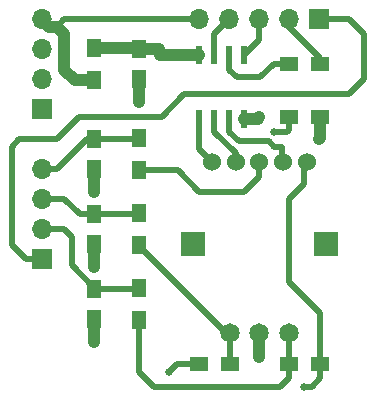
<source format=gbr>
G04 #@! TF.FileFunction,Copper,L1,Top,Signal*
%FSLAX46Y46*%
G04 Gerber Fmt 4.6, Leading zero omitted, Abs format (unit mm)*
G04 Created by KiCad (PCBNEW 4.0.7) date Thursday, December 07, 2017 'PMt' 10:45:11 PM*
%MOMM*%
%LPD*%
G01*
G04 APERTURE LIST*
%ADD10C,0.100000*%
%ADD11R,1.250000X1.500000*%
%ADD12R,1.500000X1.300000*%
%ADD13R,1.300000X1.500000*%
%ADD14R,0.600000X1.550000*%
%ADD15C,1.524000*%
%ADD16C,1.650000*%
%ADD17R,2.000000X2.100000*%
%ADD18R,1.700000X1.700000*%
%ADD19O,1.700000X1.700000*%
%ADD20C,0.635000*%
%ADD21C,0.508000*%
%ADD22C,1.016000*%
G04 APERTURE END LIST*
D10*
D11*
X118110000Y-71775000D03*
X118110000Y-74275000D03*
X118110000Y-78125000D03*
X118110000Y-80625000D03*
D12*
X134540000Y-63500000D03*
X137240000Y-63500000D03*
D13*
X121920000Y-74375000D03*
X121920000Y-71675000D03*
X121920000Y-80725000D03*
X121920000Y-78025000D03*
D12*
X137240000Y-84455000D03*
X134540000Y-84455000D03*
X126920000Y-84455000D03*
X129620000Y-84455000D03*
D14*
X127000000Y-63660000D03*
X128270000Y-63660000D03*
X129540000Y-63660000D03*
X130810000Y-63660000D03*
X130810000Y-58260000D03*
X129540000Y-58260000D03*
X128270000Y-58260000D03*
X127000000Y-58260000D03*
D11*
X121920000Y-60305000D03*
X121920000Y-57805000D03*
X118110000Y-65425000D03*
X118110000Y-67925000D03*
D13*
X118110000Y-60405000D03*
X118110000Y-57705000D03*
D12*
X134540000Y-59055000D03*
X137240000Y-59055000D03*
D13*
X121920000Y-68025000D03*
X121920000Y-65325000D03*
D15*
X132080000Y-67295000D03*
X130080000Y-67295000D03*
X128080000Y-67295000D03*
X134080000Y-67295000D03*
X136080000Y-67295000D03*
D16*
X132080000Y-81795000D03*
X129580000Y-81795000D03*
X134580000Y-81795000D03*
D17*
X126480000Y-74295000D03*
X137680000Y-74295000D03*
D18*
X137160000Y-55245000D03*
D19*
X134620000Y-55245000D03*
X132080000Y-55245000D03*
X129540000Y-55245000D03*
X127000000Y-55245000D03*
D18*
X113665000Y-75565000D03*
D19*
X113665000Y-73025000D03*
X113665000Y-70485000D03*
X113665000Y-67945000D03*
D18*
X113665000Y-62865000D03*
D19*
X113665000Y-60325000D03*
X113665000Y-57785000D03*
X113665000Y-55245000D03*
D20*
X121920000Y-62230000D03*
X132080000Y-83820000D03*
X137160000Y-65405000D03*
X132080000Y-63500000D03*
X118110000Y-82550000D03*
X118110000Y-76200000D03*
X118110000Y-69850000D03*
X135890000Y-86360000D03*
X124460000Y-85090000D03*
X133350000Y-64770000D03*
D21*
X118110000Y-71775000D02*
X116860000Y-71775000D01*
X116860000Y-71775000D02*
X115570000Y-70485000D01*
X115570000Y-70485000D02*
X113665000Y-70485000D01*
X118110000Y-71775000D02*
X121820000Y-71775000D01*
X121820000Y-71775000D02*
X121920000Y-71675000D01*
D22*
X121920000Y-60305000D02*
X121920000Y-62230000D01*
X132080000Y-81795000D02*
X132080000Y-83820000D01*
X137240000Y-63500000D02*
X137240000Y-65325000D01*
X137240000Y-65325000D02*
X137160000Y-65405000D01*
X130810000Y-63660000D02*
X131920000Y-63660000D01*
X131920000Y-63660000D02*
X132080000Y-63500000D01*
X118110000Y-80625000D02*
X118110000Y-82550000D01*
X118110000Y-74275000D02*
X118110000Y-76200000D01*
X118110000Y-67925000D02*
X118110000Y-69850000D01*
D21*
X116205000Y-73660000D02*
X115570000Y-73025000D01*
X115570000Y-73025000D02*
X114867081Y-73025000D01*
X114867081Y-73025000D02*
X113665000Y-73025000D01*
X116205000Y-73660000D02*
X116205000Y-76095000D01*
X116205000Y-76095000D02*
X118110000Y-78000000D01*
X118110000Y-78000000D02*
X118110000Y-78125000D01*
X118110000Y-78125000D02*
X121820000Y-78125000D01*
X121820000Y-78125000D02*
X121920000Y-78025000D01*
X137240000Y-84455000D02*
X137240000Y-80090000D01*
X137240000Y-80090000D02*
X134620000Y-77470000D01*
X134620000Y-77470000D02*
X134620000Y-70485000D01*
X134620000Y-70485000D02*
X135890000Y-69215000D01*
X135890000Y-69215000D02*
X135890000Y-67485000D01*
X135890000Y-67485000D02*
X136080000Y-67295000D01*
X136525000Y-86360000D02*
X137240000Y-85645000D01*
X137240000Y-85645000D02*
X137240000Y-85613000D01*
X137240000Y-85613000D02*
X137240000Y-84455000D01*
X135890000Y-86360000D02*
X136525000Y-86360000D01*
X126920000Y-84455000D02*
X125095000Y-84455000D01*
X125095000Y-84455000D02*
X124460000Y-85090000D01*
X127000000Y-55245000D02*
X115570000Y-55245000D01*
X115570000Y-55245000D02*
X114935000Y-55880000D01*
D22*
X113665000Y-55245000D02*
X114300000Y-55880000D01*
X114300000Y-55880000D02*
X114935000Y-55880000D01*
X114935000Y-55880000D02*
X115570000Y-56515000D01*
X115570000Y-56515000D02*
X115570000Y-59531000D01*
X115570000Y-59531000D02*
X116444000Y-60405000D01*
X116444000Y-60405000D02*
X118110000Y-60405000D01*
D21*
X129580000Y-81795000D02*
X129580000Y-84415000D01*
X129580000Y-84415000D02*
X129620000Y-84455000D01*
X121920000Y-74375000D02*
X121920000Y-74475000D01*
X129240000Y-81795000D02*
X129580000Y-81795000D01*
X121920000Y-74475000D02*
X129240000Y-81795000D01*
X123190000Y-86360000D02*
X121920000Y-85090000D01*
X121920000Y-85090000D02*
X121920000Y-81983000D01*
X121920000Y-81983000D02*
X121920000Y-80725000D01*
X133793000Y-86360000D02*
X123190000Y-86360000D01*
X134540000Y-84455000D02*
X134540000Y-85613000D01*
X134540000Y-85613000D02*
X133793000Y-86360000D01*
X134580000Y-81795000D02*
X134580000Y-84415000D01*
X134580000Y-84415000D02*
X134540000Y-84455000D01*
X128270000Y-63660000D02*
X128270000Y-64770000D01*
X128270000Y-64770000D02*
X130080000Y-66580000D01*
X130080000Y-66580000D02*
X130080000Y-67295000D01*
X127000000Y-63660000D02*
X127000000Y-66215000D01*
X127000000Y-66215000D02*
X128080000Y-67295000D01*
X129540000Y-63660000D02*
X129540000Y-64770000D01*
X129540000Y-64770000D02*
X130365502Y-65595502D01*
X130365502Y-65595502D02*
X132905502Y-65595502D01*
X133350000Y-66040000D02*
X133985000Y-66040000D01*
X132905502Y-65595502D02*
X133350000Y-66040000D01*
X133985000Y-67200000D02*
X134080000Y-67295000D01*
X133985000Y-66040000D02*
X133985000Y-67200000D01*
D22*
X123665000Y-58260000D02*
X123665000Y-57909000D01*
X127000000Y-58260000D02*
X123665000Y-58260000D01*
X123665000Y-57909000D02*
X123561000Y-57805000D01*
X123561000Y-57805000D02*
X121920000Y-57805000D01*
X118110000Y-57705000D02*
X121820000Y-57705000D01*
X121820000Y-57705000D02*
X121920000Y-57805000D01*
D21*
X113665000Y-67945000D02*
X114935000Y-67945000D01*
X117455000Y-65425000D02*
X118110000Y-65425000D01*
X114935000Y-67945000D02*
X117455000Y-65425000D01*
X118110000Y-65425000D02*
X121820000Y-65425000D01*
X121820000Y-65425000D02*
X121920000Y-65325000D01*
X134428000Y-64770000D02*
X133799012Y-64770000D01*
X134540000Y-64658000D02*
X134428000Y-64770000D01*
X134540000Y-63500000D02*
X134540000Y-64658000D01*
X133799012Y-64770000D02*
X133350000Y-64770000D01*
X121920000Y-68025000D02*
X125175000Y-68025000D01*
X125175000Y-68025000D02*
X127000000Y-69850000D01*
X127000000Y-69850000D02*
X130810000Y-69850000D01*
X130810000Y-69850000D02*
X132080000Y-68580000D01*
X132080000Y-68580000D02*
X132080000Y-67295000D01*
X130175000Y-60178000D02*
X132159000Y-60178000D01*
X132159000Y-60178000D02*
X133282000Y-59055000D01*
X133282000Y-59055000D02*
X134540000Y-59055000D01*
X129540000Y-58260000D02*
X129540000Y-59543000D01*
X129540000Y-59543000D02*
X130175000Y-60178000D01*
X134620000Y-55245000D02*
X134620000Y-55880000D01*
X134620000Y-55880000D02*
X137240000Y-58500000D01*
X137240000Y-58500000D02*
X137240000Y-59055000D01*
X113665000Y-75565000D02*
X112307000Y-75565000D01*
X111125000Y-74383000D02*
X111125000Y-66040000D01*
X114935000Y-65405000D02*
X116840000Y-63500000D01*
X112307000Y-75565000D02*
X111125000Y-74383000D01*
X140970000Y-56515000D02*
X139700000Y-55245000D01*
X111125000Y-66040000D02*
X111760000Y-65405000D01*
X125730000Y-61595000D02*
X139700000Y-61595000D01*
X111760000Y-65405000D02*
X114935000Y-65405000D01*
X140970000Y-60325000D02*
X140970000Y-56515000D01*
X116840000Y-63500000D02*
X123825000Y-63500000D01*
X123825000Y-63500000D02*
X125730000Y-61595000D01*
X139700000Y-61595000D02*
X140970000Y-60325000D01*
X139700000Y-55245000D02*
X137160000Y-55245000D01*
X129540000Y-55245000D02*
X128270000Y-56515000D01*
X128270000Y-56515000D02*
X128270000Y-58260000D01*
X132080000Y-55245000D02*
X132080000Y-56990000D01*
X132080000Y-56990000D02*
X130810000Y-58260000D01*
M02*

</source>
